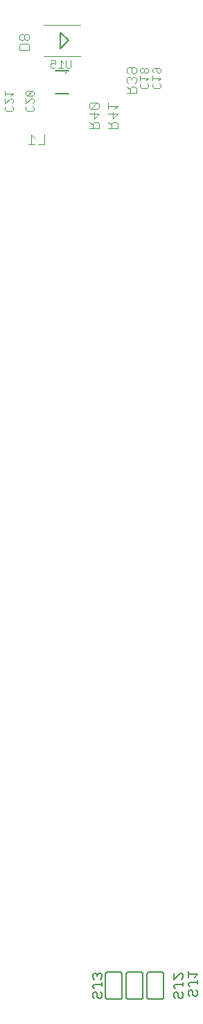
<source format=gbl>
G75*
%MOIN*%
%OFA0B0*%
%FSLAX25Y25*%
%IPPOS*%
%LPD*%
%AMOC8*
5,1,8,0,0,1.08239X$1,22.5*
%
%ADD10C,0.00600*%
%ADD11C,0.00787*%
%ADD12C,0.00400*%
%ADD13C,0.00800*%
%ADD14C,0.00300*%
%ADD15C,0.00500*%
D10*
X0068752Y0600000D02*
X0074752Y0600000D01*
X0074812Y0600002D01*
X0074873Y0600007D01*
X0074932Y0600016D01*
X0074991Y0600029D01*
X0075050Y0600045D01*
X0075107Y0600065D01*
X0075162Y0600088D01*
X0075217Y0600115D01*
X0075269Y0600144D01*
X0075320Y0600177D01*
X0075369Y0600213D01*
X0075415Y0600251D01*
X0075459Y0600293D01*
X0075501Y0600337D01*
X0075539Y0600383D01*
X0075575Y0600432D01*
X0075608Y0600483D01*
X0075637Y0600535D01*
X0075664Y0600590D01*
X0075687Y0600645D01*
X0075707Y0600702D01*
X0075723Y0600761D01*
X0075736Y0600820D01*
X0075745Y0600879D01*
X0075750Y0600940D01*
X0075752Y0601000D01*
X0075752Y0612000D01*
X0075750Y0612060D01*
X0075745Y0612121D01*
X0075736Y0612180D01*
X0075723Y0612239D01*
X0075707Y0612298D01*
X0075687Y0612355D01*
X0075664Y0612410D01*
X0075637Y0612465D01*
X0075608Y0612517D01*
X0075575Y0612568D01*
X0075539Y0612617D01*
X0075501Y0612663D01*
X0075459Y0612707D01*
X0075415Y0612749D01*
X0075369Y0612787D01*
X0075320Y0612823D01*
X0075269Y0612856D01*
X0075217Y0612885D01*
X0075162Y0612912D01*
X0075107Y0612935D01*
X0075050Y0612955D01*
X0074991Y0612971D01*
X0074932Y0612984D01*
X0074873Y0612993D01*
X0074812Y0612998D01*
X0074752Y0613000D01*
X0068752Y0613000D01*
X0068692Y0612998D01*
X0068631Y0612993D01*
X0068572Y0612984D01*
X0068513Y0612971D01*
X0068454Y0612955D01*
X0068397Y0612935D01*
X0068342Y0612912D01*
X0068287Y0612885D01*
X0068235Y0612856D01*
X0068184Y0612823D01*
X0068135Y0612787D01*
X0068089Y0612749D01*
X0068045Y0612707D01*
X0068003Y0612663D01*
X0067965Y0612617D01*
X0067929Y0612568D01*
X0067896Y0612517D01*
X0067867Y0612465D01*
X0067840Y0612410D01*
X0067817Y0612355D01*
X0067797Y0612298D01*
X0067781Y0612239D01*
X0067768Y0612180D01*
X0067759Y0612121D01*
X0067754Y0612060D01*
X0067752Y0612000D01*
X0067752Y0601000D01*
X0067754Y0600940D01*
X0067759Y0600879D01*
X0067768Y0600820D01*
X0067781Y0600761D01*
X0067797Y0600702D01*
X0067817Y0600645D01*
X0067840Y0600590D01*
X0067867Y0600535D01*
X0067896Y0600483D01*
X0067929Y0600432D01*
X0067965Y0600383D01*
X0068003Y0600337D01*
X0068045Y0600293D01*
X0068089Y0600251D01*
X0068135Y0600213D01*
X0068184Y0600177D01*
X0068235Y0600144D01*
X0068287Y0600115D01*
X0068342Y0600088D01*
X0068397Y0600065D01*
X0068454Y0600045D01*
X0068513Y0600029D01*
X0068572Y0600016D01*
X0068631Y0600007D01*
X0068692Y0600002D01*
X0068752Y0600000D01*
X0077752Y0601000D02*
X0077752Y0612000D01*
X0077754Y0612060D01*
X0077759Y0612121D01*
X0077768Y0612180D01*
X0077781Y0612239D01*
X0077797Y0612298D01*
X0077817Y0612355D01*
X0077840Y0612410D01*
X0077867Y0612465D01*
X0077896Y0612517D01*
X0077929Y0612568D01*
X0077965Y0612617D01*
X0078003Y0612663D01*
X0078045Y0612707D01*
X0078089Y0612749D01*
X0078135Y0612787D01*
X0078184Y0612823D01*
X0078235Y0612856D01*
X0078287Y0612885D01*
X0078342Y0612912D01*
X0078397Y0612935D01*
X0078454Y0612955D01*
X0078513Y0612971D01*
X0078572Y0612984D01*
X0078631Y0612993D01*
X0078692Y0612998D01*
X0078752Y0613000D01*
X0084752Y0613000D01*
X0084812Y0612998D01*
X0084873Y0612993D01*
X0084932Y0612984D01*
X0084991Y0612971D01*
X0085050Y0612955D01*
X0085107Y0612935D01*
X0085162Y0612912D01*
X0085217Y0612885D01*
X0085269Y0612856D01*
X0085320Y0612823D01*
X0085369Y0612787D01*
X0085415Y0612749D01*
X0085459Y0612707D01*
X0085501Y0612663D01*
X0085539Y0612617D01*
X0085575Y0612568D01*
X0085608Y0612517D01*
X0085637Y0612465D01*
X0085664Y0612410D01*
X0085687Y0612355D01*
X0085707Y0612298D01*
X0085723Y0612239D01*
X0085736Y0612180D01*
X0085745Y0612121D01*
X0085750Y0612060D01*
X0085752Y0612000D01*
X0085752Y0601000D01*
X0085750Y0600940D01*
X0085745Y0600879D01*
X0085736Y0600820D01*
X0085723Y0600761D01*
X0085707Y0600702D01*
X0085687Y0600645D01*
X0085664Y0600590D01*
X0085637Y0600535D01*
X0085608Y0600483D01*
X0085575Y0600432D01*
X0085539Y0600383D01*
X0085501Y0600337D01*
X0085459Y0600293D01*
X0085415Y0600251D01*
X0085369Y0600213D01*
X0085320Y0600177D01*
X0085269Y0600144D01*
X0085217Y0600115D01*
X0085162Y0600088D01*
X0085107Y0600065D01*
X0085050Y0600045D01*
X0084991Y0600029D01*
X0084932Y0600016D01*
X0084873Y0600007D01*
X0084812Y0600002D01*
X0084752Y0600000D01*
X0078752Y0600000D01*
X0078692Y0600002D01*
X0078631Y0600007D01*
X0078572Y0600016D01*
X0078513Y0600029D01*
X0078454Y0600045D01*
X0078397Y0600065D01*
X0078342Y0600088D01*
X0078287Y0600115D01*
X0078235Y0600144D01*
X0078184Y0600177D01*
X0078135Y0600213D01*
X0078089Y0600251D01*
X0078045Y0600293D01*
X0078003Y0600337D01*
X0077965Y0600383D01*
X0077929Y0600432D01*
X0077896Y0600483D01*
X0077867Y0600535D01*
X0077840Y0600590D01*
X0077817Y0600645D01*
X0077797Y0600702D01*
X0077781Y0600761D01*
X0077768Y0600820D01*
X0077759Y0600879D01*
X0077754Y0600940D01*
X0077752Y0601000D01*
X0087752Y0601000D02*
X0087752Y0612000D01*
X0087754Y0612060D01*
X0087759Y0612121D01*
X0087768Y0612180D01*
X0087781Y0612239D01*
X0087797Y0612298D01*
X0087817Y0612355D01*
X0087840Y0612410D01*
X0087867Y0612465D01*
X0087896Y0612517D01*
X0087929Y0612568D01*
X0087965Y0612617D01*
X0088003Y0612663D01*
X0088045Y0612707D01*
X0088089Y0612749D01*
X0088135Y0612787D01*
X0088184Y0612823D01*
X0088235Y0612856D01*
X0088287Y0612885D01*
X0088342Y0612912D01*
X0088397Y0612935D01*
X0088454Y0612955D01*
X0088513Y0612971D01*
X0088572Y0612984D01*
X0088631Y0612993D01*
X0088692Y0612998D01*
X0088752Y0613000D01*
X0094752Y0613000D01*
X0094812Y0612998D01*
X0094873Y0612993D01*
X0094932Y0612984D01*
X0094991Y0612971D01*
X0095050Y0612955D01*
X0095107Y0612935D01*
X0095162Y0612912D01*
X0095217Y0612885D01*
X0095269Y0612856D01*
X0095320Y0612823D01*
X0095369Y0612787D01*
X0095415Y0612749D01*
X0095459Y0612707D01*
X0095501Y0612663D01*
X0095539Y0612617D01*
X0095575Y0612568D01*
X0095608Y0612517D01*
X0095637Y0612465D01*
X0095664Y0612410D01*
X0095687Y0612355D01*
X0095707Y0612298D01*
X0095723Y0612239D01*
X0095736Y0612180D01*
X0095745Y0612121D01*
X0095750Y0612060D01*
X0095752Y0612000D01*
X0095752Y0601000D01*
X0095750Y0600940D01*
X0095745Y0600879D01*
X0095736Y0600820D01*
X0095723Y0600761D01*
X0095707Y0600702D01*
X0095687Y0600645D01*
X0095664Y0600590D01*
X0095637Y0600535D01*
X0095608Y0600483D01*
X0095575Y0600432D01*
X0095539Y0600383D01*
X0095501Y0600337D01*
X0095459Y0600293D01*
X0095415Y0600251D01*
X0095369Y0600213D01*
X0095320Y0600177D01*
X0095269Y0600144D01*
X0095217Y0600115D01*
X0095162Y0600088D01*
X0095107Y0600065D01*
X0095050Y0600045D01*
X0094991Y0600029D01*
X0094932Y0600016D01*
X0094873Y0600007D01*
X0094812Y0600002D01*
X0094752Y0600000D01*
X0088752Y0600000D01*
X0088692Y0600002D01*
X0088631Y0600007D01*
X0088572Y0600016D01*
X0088513Y0600029D01*
X0088454Y0600045D01*
X0088397Y0600065D01*
X0088342Y0600088D01*
X0088287Y0600115D01*
X0088235Y0600144D01*
X0088184Y0600177D01*
X0088135Y0600213D01*
X0088089Y0600251D01*
X0088045Y0600293D01*
X0088003Y0600337D01*
X0087965Y0600383D01*
X0087929Y0600432D01*
X0087896Y0600483D01*
X0087867Y0600535D01*
X0087840Y0600590D01*
X0087817Y0600645D01*
X0087797Y0600702D01*
X0087781Y0600761D01*
X0087768Y0600820D01*
X0087759Y0600879D01*
X0087754Y0600940D01*
X0087752Y0601000D01*
X0049827Y1034902D02*
X0043678Y1034902D01*
X0043678Y1046102D02*
X0049827Y1046102D01*
D11*
X0048721Y1045028D03*
D12*
X0049251Y1047401D02*
X0048650Y1048001D01*
X0048650Y1051004D01*
X0047369Y1049803D02*
X0046168Y1051004D01*
X0046168Y1047401D01*
X0047369Y1047401D02*
X0044967Y1047401D01*
X0043686Y1048001D02*
X0043086Y1047401D01*
X0041885Y1047401D01*
X0041284Y1048001D01*
X0041284Y1049202D01*
X0041885Y1049803D01*
X0042485Y1049803D01*
X0043686Y1049202D01*
X0043686Y1051004D01*
X0041284Y1051004D01*
X0037852Y1053000D02*
X0055652Y1053000D01*
X0051052Y1051004D02*
X0051052Y1048001D01*
X0050452Y1047401D01*
X0049251Y1047401D01*
X0055652Y1068000D02*
X0037852Y1068000D01*
X0031056Y1062898D02*
X0030289Y1063665D01*
X0029522Y1063665D01*
X0028754Y1062898D01*
X0028754Y1061363D01*
X0029522Y1060596D01*
X0030289Y1060596D01*
X0031056Y1061363D01*
X0031056Y1062898D01*
X0028754Y1062898D02*
X0027987Y1063665D01*
X0027220Y1063665D01*
X0026452Y1062898D01*
X0026452Y1061363D01*
X0027220Y1060596D01*
X0027987Y1060596D01*
X0028754Y1061363D01*
X0027220Y1059061D02*
X0030289Y1059061D01*
X0031056Y1058294D01*
X0031056Y1055992D01*
X0026452Y1055992D01*
X0026452Y1058294D01*
X0027220Y1059061D01*
X0032122Y1015304D02*
X0032122Y1010700D01*
X0033656Y1010700D02*
X0030587Y1010700D01*
X0033656Y1013769D02*
X0032122Y1015304D01*
X0035191Y1010700D02*
X0038260Y1010700D01*
X0038260Y1015304D01*
X0059952Y1018388D02*
X0064556Y1018388D01*
X0064556Y1020690D01*
X0063789Y1021457D01*
X0062254Y1021457D01*
X0061487Y1020690D01*
X0061487Y1018388D01*
X0061487Y1019923D02*
X0059952Y1021457D01*
X0062254Y1022992D02*
X0062254Y1026061D01*
X0060720Y1027596D02*
X0063789Y1030665D01*
X0060720Y1030665D01*
X0059952Y1029898D01*
X0059952Y1028363D01*
X0060720Y1027596D01*
X0063789Y1027596D01*
X0064556Y1028363D01*
X0064556Y1029898D01*
X0063789Y1030665D01*
X0064556Y1025294D02*
X0062254Y1022992D01*
X0059952Y1025294D02*
X0064556Y1025294D01*
X0068952Y1025294D02*
X0073556Y1025294D01*
X0071254Y1022992D01*
X0071254Y1026061D01*
X0072022Y1027596D02*
X0073556Y1029131D01*
X0068952Y1029131D01*
X0068952Y1030665D02*
X0068952Y1027596D01*
X0068952Y1021457D02*
X0070487Y1019923D01*
X0070487Y1020690D02*
X0070487Y1018388D01*
X0068952Y1018388D02*
X0073556Y1018388D01*
X0073556Y1020690D01*
X0072789Y1021457D01*
X0071254Y1021457D01*
X0070487Y1020690D01*
X0077952Y1035388D02*
X0082556Y1035388D01*
X0082556Y1037690D01*
X0081789Y1038457D01*
X0080254Y1038457D01*
X0079487Y1037690D01*
X0079487Y1035388D01*
X0079487Y1036923D02*
X0077952Y1038457D01*
X0078720Y1039992D02*
X0077952Y1040759D01*
X0077952Y1042294D01*
X0078720Y1043061D01*
X0079487Y1043061D01*
X0080254Y1042294D01*
X0080254Y1041527D01*
X0080254Y1042294D02*
X0081022Y1043061D01*
X0081789Y1043061D01*
X0082556Y1042294D01*
X0082556Y1040759D01*
X0081789Y1039992D01*
X0081789Y1044596D02*
X0081022Y1044596D01*
X0080254Y1045363D01*
X0080254Y1047665D01*
X0078720Y1047665D02*
X0081789Y1047665D01*
X0082556Y1046898D01*
X0082556Y1045363D01*
X0081789Y1044596D01*
X0078720Y1044596D02*
X0077952Y1045363D01*
X0077952Y1046898D01*
X0078720Y1047665D01*
D13*
X0050020Y1060500D02*
X0045993Y1056563D01*
X0045993Y1064437D01*
X0050020Y1060500D01*
D14*
X0032544Y1036373D02*
X0030075Y1033904D01*
X0029458Y1034521D01*
X0029458Y1035755D01*
X0030075Y1036373D01*
X0032544Y1036373D01*
X0033161Y1035755D01*
X0033161Y1034521D01*
X0032544Y1033904D01*
X0030075Y1033904D01*
X0029458Y1032689D02*
X0029458Y1030221D01*
X0031926Y1032689D01*
X0032544Y1032689D01*
X0033161Y1032072D01*
X0033161Y1030838D01*
X0032544Y1030221D01*
X0032544Y1029006D02*
X0033161Y1028389D01*
X0033161Y1027155D01*
X0032544Y1026538D01*
X0030075Y1026538D01*
X0029458Y1027155D01*
X0029458Y1028389D01*
X0030075Y1029006D01*
X0023161Y1028389D02*
X0023161Y1027155D01*
X0022544Y1026538D01*
X0020075Y1026538D01*
X0019458Y1027155D01*
X0019458Y1028389D01*
X0020075Y1029006D01*
X0019458Y1030221D02*
X0021926Y1032689D01*
X0022544Y1032689D01*
X0023161Y1032072D01*
X0023161Y1030838D01*
X0022544Y1030221D01*
X0022544Y1029006D02*
X0023161Y1028389D01*
X0019458Y1030221D02*
X0019458Y1032689D01*
X0019458Y1033904D02*
X0019458Y1036373D01*
X0019458Y1035138D02*
X0023161Y1035138D01*
X0021926Y1033904D01*
X0084458Y1038155D02*
X0084458Y1039389D01*
X0085075Y1040006D01*
X0084458Y1041221D02*
X0084458Y1043689D01*
X0084458Y1042455D02*
X0088161Y1042455D01*
X0086926Y1041221D01*
X0087544Y1040006D02*
X0088161Y1039389D01*
X0088161Y1038155D01*
X0087544Y1037538D01*
X0085075Y1037538D01*
X0084458Y1038155D01*
X0085075Y1044904D02*
X0085692Y1044904D01*
X0086309Y1045521D01*
X0086309Y1046755D01*
X0085692Y1047373D01*
X0085075Y1047373D01*
X0084458Y1046755D01*
X0084458Y1045521D01*
X0085075Y1044904D01*
X0086309Y1045521D02*
X0086926Y1044904D01*
X0087544Y1044904D01*
X0088161Y1045521D01*
X0088161Y1046755D01*
X0087544Y1047373D01*
X0086926Y1047373D01*
X0086309Y1046755D01*
X0090458Y1046755D02*
X0090458Y1045521D01*
X0091075Y1044904D01*
X0090458Y1043689D02*
X0090458Y1041221D01*
X0090458Y1042455D02*
X0094161Y1042455D01*
X0092926Y1041221D01*
X0093544Y1040006D02*
X0094161Y1039389D01*
X0094161Y1038155D01*
X0093544Y1037538D01*
X0091075Y1037538D01*
X0090458Y1038155D01*
X0090458Y1039389D01*
X0091075Y1040006D01*
X0092926Y1044904D02*
X0092309Y1045521D01*
X0092309Y1047373D01*
X0091075Y1047373D02*
X0093544Y1047373D01*
X0094161Y1046755D01*
X0094161Y1045521D01*
X0093544Y1044904D01*
X0092926Y1044904D01*
X0090458Y1046755D02*
X0091075Y1047373D01*
D15*
X0061502Y0601001D02*
X0062253Y0600250D01*
X0061502Y0601001D02*
X0061502Y0602502D01*
X0062253Y0603253D01*
X0063004Y0603253D01*
X0063754Y0602502D01*
X0063754Y0601001D01*
X0064505Y0600250D01*
X0065256Y0600250D01*
X0066006Y0601001D01*
X0066006Y0602502D01*
X0065256Y0603253D01*
X0066006Y0606355D02*
X0066006Y0607856D01*
X0066006Y0607106D02*
X0062253Y0607106D01*
X0061502Y0606355D01*
X0061502Y0605605D01*
X0062253Y0604854D01*
X0062253Y0609458D02*
X0061502Y0610208D01*
X0061502Y0611710D01*
X0062253Y0612460D01*
X0063004Y0612460D01*
X0063754Y0611710D01*
X0063754Y0610959D01*
X0063754Y0611710D02*
X0064505Y0612460D01*
X0065256Y0612460D01*
X0066006Y0611710D01*
X0066006Y0610208D01*
X0065256Y0609458D01*
X0100502Y0609458D02*
X0103505Y0612460D01*
X0104256Y0612460D01*
X0105006Y0611710D01*
X0105006Y0610208D01*
X0104256Y0609458D01*
X0105006Y0607856D02*
X0105006Y0606355D01*
X0105006Y0607106D02*
X0101253Y0607106D01*
X0100502Y0606355D01*
X0100502Y0605605D01*
X0101253Y0604854D01*
X0101253Y0603253D02*
X0100502Y0602502D01*
X0100502Y0601001D01*
X0101253Y0600250D01*
X0102754Y0601001D02*
X0102754Y0602502D01*
X0102004Y0603253D01*
X0101253Y0603253D01*
X0102754Y0601001D02*
X0103505Y0600250D01*
X0104256Y0600250D01*
X0105006Y0601001D01*
X0105006Y0602502D01*
X0104256Y0603253D01*
X0107502Y0603502D02*
X0107502Y0602001D01*
X0108253Y0601250D01*
X0109754Y0602001D02*
X0109754Y0603502D01*
X0109004Y0604253D01*
X0108253Y0604253D01*
X0107502Y0603502D01*
X0108253Y0605854D02*
X0107502Y0606605D01*
X0107502Y0607355D01*
X0108253Y0608106D01*
X0112006Y0608106D01*
X0112006Y0608856D02*
X0112006Y0607355D01*
X0111256Y0604253D02*
X0112006Y0603502D01*
X0112006Y0602001D01*
X0111256Y0601250D01*
X0110505Y0601250D01*
X0109754Y0602001D01*
X0110505Y0610458D02*
X0112006Y0611959D01*
X0107502Y0611959D01*
X0107502Y0610458D02*
X0107502Y0613460D01*
X0100502Y0612460D02*
X0100502Y0609458D01*
M02*

</source>
